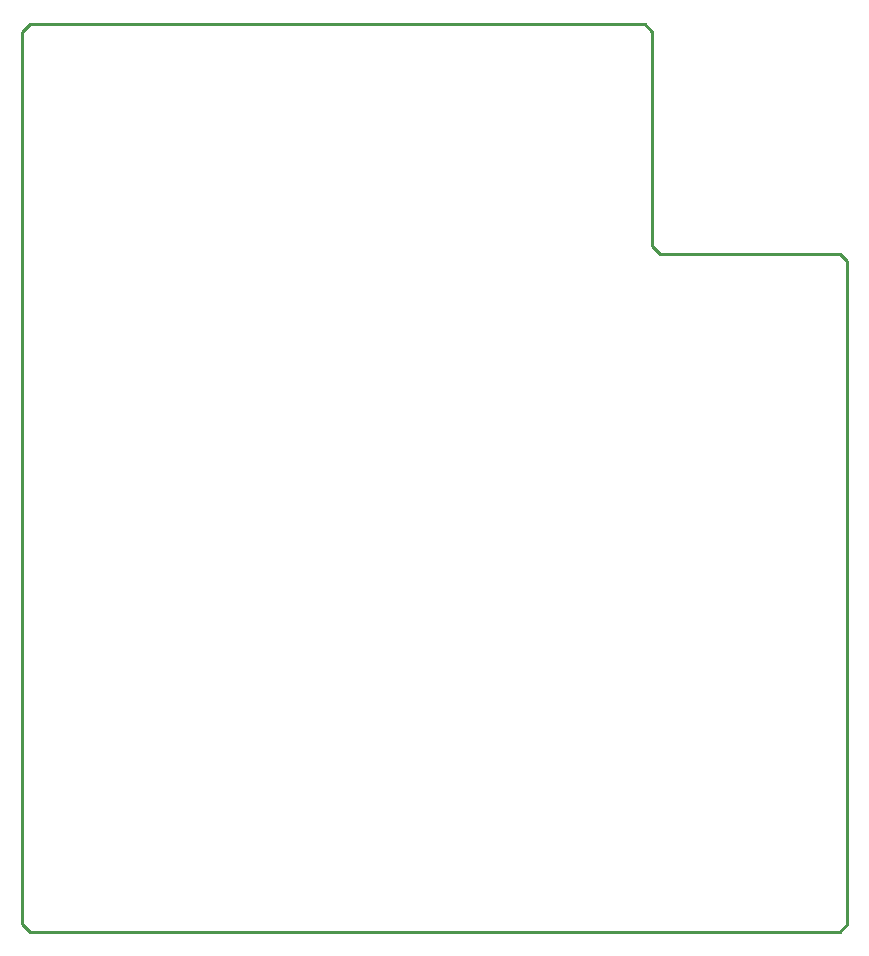
<source format=gko>
G75*
%MOIN*%
%OFA0B0*%
%FSLAX25Y25*%
%IPPOS*%
%LPD*%
%AMOC8*
5,1,8,0,0,1.08239X$1,22.5*
%
%ADD10C,0.01000*%
D10*
X0001740Y0004340D02*
X0004240Y0001840D01*
X0274240Y0001840D01*
X0276740Y0004340D01*
X0276740Y0225309D01*
X0274240Y0227809D01*
X0214240Y0227809D01*
X0211740Y0230309D01*
X0211740Y0301840D01*
X0209240Y0304340D01*
X0004240Y0304340D01*
X0001740Y0301840D01*
X0001740Y0004340D01*
M02*

</source>
